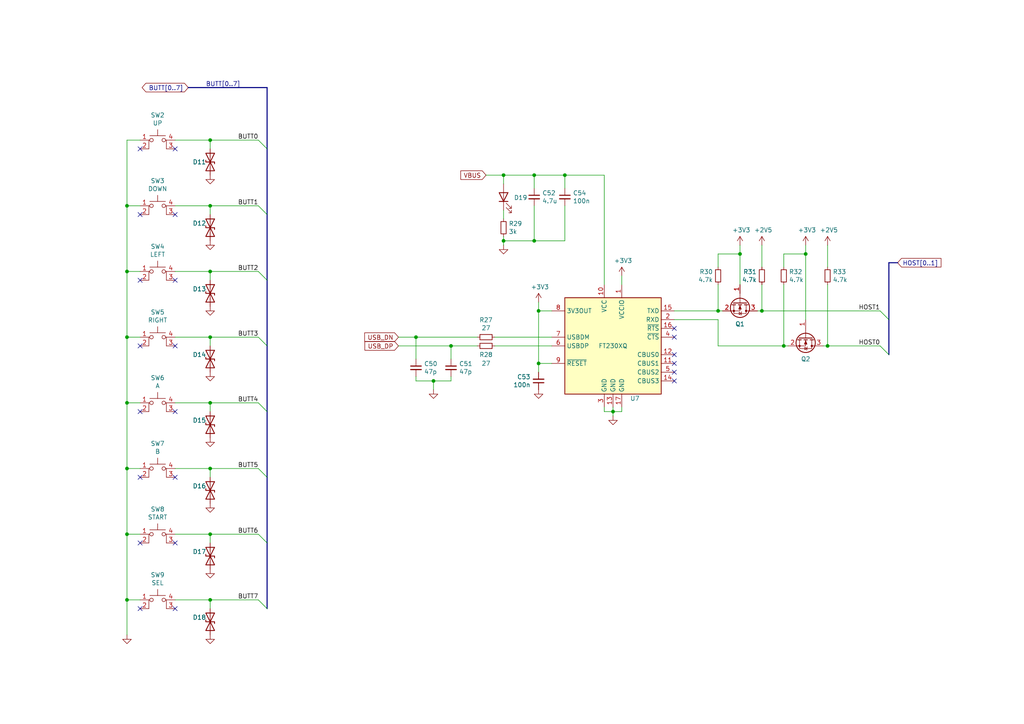
<source format=kicad_sch>
(kicad_sch (version 20211123) (generator eeschema)
  (paper "A4")
  (title_block (title "BitMasher - IO/Host") (date "2021-04-18") (rev "P2") (company "MeoWorkshop/Nyankichi Works"))
  (lib_symbols
    (symbol "Device:C_Small" (pin_numbers hide) (pin_names (offset 0.254) hide)
      (property "Reference" "C" (at 0.254 1.778 0))
      (property "Value" "C_Small" (at 0.254 -2.032 0))
      (symbol "C_Small_0_1"
        (polyline (pts (xy -1.524 -0.508) (xy 1.524 -0.508)) (stroke (width 0.3302)))
        (polyline (pts (xy -1.524 0.508) (xy 1.524 0.508)) (stroke (width 0.3048)))
      )
      (symbol "C_Small_1_1"
        (pin passive line (at 0 2.54 270) (length 2.032) (name "~") (number "1"))
        (pin passive line (at 0 -2.54 90) (length 2.032) (name "~") (number "2"))
      )
    )
    (symbol "Device:D_TVS" (pin_numbers hide) (pin_names (offset 1.016) hide)
      (property "Reference" "D" (at 0 2.54 0))
      (property "Value" "D_TVS" (at 0 -2.54 0))
      (symbol "D_TVS_0_1"
        (polyline (pts (xy 1.27 0) (xy -1.27 0)))
        (polyline (pts (xy 0.508 1.27) (xy 0 1.27) (xy 0 -1.27) (xy -0.508 -1.27)) (stroke (width 0.254)))
        (polyline (pts (xy -2.54 1.27) (xy -2.54 -1.27) (xy 2.54 1.27) (xy 2.54 -1.27) (xy -2.54 1.27)) (stroke (width 0.254)))
      )
      (symbol "D_TVS_1_1"
        (pin passive line (at -3.81 0 0) (length 2.54) (name "A1") (number "1"))
        (pin passive line (at 3.81 0 180) (length 2.54) (name "A2") (number "2"))
      )
    )
    (symbol "Device:LED" (pin_numbers hide) (pin_names (offset 1.016) hide)
      (property "Reference" "D" (at 0 2.54 0))
      (property "Value" "LED" (at 0 -2.54 0))
      (symbol "LED_0_1"
        (polyline (pts (xy -1.27 -1.27) (xy -1.27 1.27)) (stroke (width 0.254)))
        (polyline (pts (xy -1.27 0) (xy 1.27 0)))
        (polyline (pts (xy 1.27 -1.27) (xy 1.27 1.27) (xy -1.27 0) (xy 1.27 -1.27)) (stroke (width 0.254)))
        (polyline (pts (xy -3.048 -0.762) (xy -4.572 -2.286) (xy -3.81 -2.286) (xy -4.572 -2.286) (xy -4.572 -1.524)))
        (polyline (pts (xy -1.778 -0.762) (xy -3.302 -2.286) (xy -2.54 -2.286) (xy -3.302 -2.286) (xy -3.302 -1.524)))
      )
      (symbol "LED_1_1"
        (pin passive line (at -3.81 0 0) (length 2.54) (name "K") (number "1"))
        (pin passive line (at 3.81 0 180) (length 2.54) (name "A") (number "2"))
      )
    )
    (symbol "Device:Q_NMOS_GSD" (pin_names (offset 0) hide)
      (property "Reference" "Q" (at 5.08 1.27 0))
      (property "Value" "Q_NMOS_GSD" (at 5.08 -1.27 0))
      (symbol "Q_NMOS_GSD_0_1"
        (polyline (pts (xy 0.254 0) (xy -2.54 0)))
        (polyline (pts (xy 0.254 1.905) (xy 0.254 -1.905)) (stroke (width 0.254)))
        (polyline (pts (xy 0.762 -1.27) (xy 0.762 -2.286)) (stroke (width 0.254)))
        (polyline (pts (xy 0.762 0.508) (xy 0.762 -0.508)) (stroke (width 0.254)))
        (polyline (pts (xy 0.762 2.286) (xy 0.762 1.27)) (stroke (width 0.254)))
        (polyline (pts (xy 2.54 2.54) (xy 2.54 1.778)))
        (polyline (pts (xy 2.54 -2.54) (xy 2.54 0) (xy 0.762 0)))
        (polyline (pts (xy 0.762 -1.778) (xy 3.302 -1.778) (xy 3.302 1.778) (xy 0.762 1.778)))
        (polyline (pts (xy 1.016 0) (xy 2.032 0.381) (xy 2.032 -0.381) (xy 1.016 0)) (fill (type outline)))
        (polyline (pts (xy 2.794 0.508) (xy 2.921 0.381) (xy 3.683 0.381) (xy 3.81 0.254)))
        (polyline (pts (xy 3.302 0.381) (xy 2.921 -0.254) (xy 3.683 -0.254) (xy 3.302 0.381)))
        (circle (center 1.651 0) (radius 2.794) (stroke (width 0.254)))
        (circle (center 2.54 -1.778) (radius 0.254) (fill (type outline)))
        (circle (center 2.54 1.778) (radius 0.254) (fill (type outline)))
      )
      (symbol "Q_NMOS_GSD_1_1"
        (pin input line (at -5.08 0 0) (length 2.54) (name "G") (number "1"))
        (pin passive line (at 2.54 -5.08 90) (length 2.54) (name "S") (number "2"))
        (pin passive line (at 2.54 5.08 270) (length 2.54) (name "D") (number "3"))
      )
    )
    (symbol "Device:R_Small" (pin_numbers hide) (pin_names (offset 0.254) hide)
      (property "Reference" "R" (at 0.762 0.508 0))
      (property "Value" "R_Small" (at 0.762 -1.016 0))
      (symbol "R_Small_0_1"
        (rectangle (start -0.762 1.778) (end 0.762 -1.778) (stroke (width 0.2032)))
      )
      (symbol "R_Small_1_1"
        (pin passive line (at 0 2.54 270) (length 0.762) (name "~") (number "1"))
        (pin passive line (at 0 -2.54 90) (length 0.762) (name "~") (number "2"))
      )
    )
    (symbol "Interface_USB:FT230XQ"
      (property "Reference" "U" (at -13.97 15.24 0))
      (property "Value" "FT230XQ" (at 7.62 15.24 0))
      (symbol "FT230XQ_0_1"
        (rectangle (start -13.97 13.97) (end 13.97 -13.97) (stroke (width 0.254)) (fill (type background)))
      )
      (symbol "FT230XQ_1_1"
        (pin power_in line (at 2.54 17.78 270) (length 3.81) (name "VCCIO") (number "1"))
        (pin power_in line (at -2.54 17.78 270) (length 3.81) (name "VCC") (number "10"))
        (pin bidirectional line (at 17.78 -5.08 180) (length 3.81) (name "CBUS1") (number "11"))
        (pin bidirectional line (at 17.78 -2.54 180) (length 3.81) (name "CBUS0") (number "12"))
        (pin power_in line (at 0 -17.78 90) (length 3.81) (name "GND") (number "13"))
        (pin bidirectional line (at 17.78 -10.16 180) (length 3.81) (name "CBUS3") (number "14"))
        (pin output line (at 17.78 10.16 180) (length 3.81) (name "TXD") (number "15"))
        (pin output line (at 17.78 5.08 180) (length 3.81) (name "~{RTS}") (number "16"))
        (pin power_in line (at 2.54 -17.78 90) (length 3.81) (name "GND") (number "17"))
        (pin input line (at 17.78 7.62 180) (length 3.81) (name "RXD") (number "2"))
        (pin power_in line (at -2.54 -17.78 90) (length 3.81) (name "GND") (number "3"))
        (pin input line (at 17.78 2.54 180) (length 3.81) (name "~{CTS}") (number "4"))
        (pin bidirectional line (at 17.78 -7.62 180) (length 3.81) (name "CBUS2") (number "5"))
        (pin bidirectional line (at -17.78 0 0) (length 3.81) (name "USBDP") (number "6"))
        (pin bidirectional line (at -17.78 2.54 0) (length 3.81) (name "USBDM") (number "7"))
        (pin power_out line (at -17.78 10.16 0) (length 3.81) (name "3V3OUT") (number "8"))
        (pin input line (at -17.78 -5.08 0) (length 3.81) (name "~{RESET}") (number "9"))
      )
    )
    (symbol "Switch:SW_MEC_5E" (pin_names (offset 1.016) hide)
      (property "Reference" "SW" (at 0.635 5.715 0))
      (property "Value" "SW_MEC_5E" (at 0 -3.175 0))
      (symbol "SW_MEC_5E_0_1"
        (circle (center -1.778 2.54) (radius 0.508))
        (polyline (pts (xy -2.286 3.81) (xy 2.286 3.81)))
        (polyline (pts (xy 0 3.81) (xy 0 5.588)))
        (polyline (pts (xy -2.54 0) (xy -2.54 2.54) (xy -2.286 2.54)))
        (polyline (pts (xy 2.54 0) (xy 2.54 2.54) (xy 2.286 2.54)))
        (circle (center 1.778 2.54) (radius 0.508))
        (pin passive line (at -5.08 2.54 0) (length 2.54) (name "1") (number "1"))
        (pin passive line (at -5.08 0 0) (length 2.54) (name "2") (number "2"))
        (pin passive line (at 5.08 0 180) (length 2.54) (name "K") (number "3"))
        (pin passive line (at 5.08 2.54 180) (length 2.54) (name "A") (number "4"))
      )
    )
    (symbol "power:+2V5" (power) (pin_names (offset 0))
      (property "Value" "+2V5" (at 0 3.556 0))
      (symbol "+2V5_0_1"
        (polyline (pts (xy -0.762 1.27) (xy 0 2.54)))
        (polyline (pts (xy 0 0) (xy 0 2.54)))
        (polyline (pts (xy 0 2.54) (xy 0.762 1.27)))
      )
      (symbol "+2V5_1_1"
        (pin power_in line (at 0 0 90) (length 0) hide (name "+2V5") (number "1"))
      )
    )
    (symbol "power:+3V3" (power) (pin_names (offset 0))
      (property "Value" "+3V3" (at 0 3.556 0))
      (symbol "+3V3_0_1"
        (polyline (pts (xy -0.762 1.27) (xy 0 2.54)))
        (polyline (pts (xy 0 0) (xy 0 2.54)))
        (polyline (pts (xy 0 2.54) (xy 0.762 1.27)))
      )
      (symbol "+3V3_1_1"
        (pin power_in line (at 0 0 90) (length 0) hide (name "+3V3") (number "1"))
      )
    )
    (symbol "power:GND" (power) (pin_names (offset 0))
      (property "Value" "GND" (at 0 -3.81 0))
      (symbol "GND_0_1"
        (polyline (pts (xy 0 0) (xy 0 -1.27) (xy 1.27 -1.27) (xy 0 -2.54) (xy -1.27 -1.27) (xy 0 -1.27)))
      )
      (symbol "GND_1_1"
        (pin power_in line (at 0 0 270) (length 0) hide (name "GND") (number "1"))
      )
    )
  )
  (junction (at 36.83 116.84))
  (junction (at 36.83 173.99))
  (junction (at 177.8 119.38))
  (junction (at 163.83 50.8))
  (junction (at 60.96 40.64))
  (junction (at 214.63 73.66))
  (junction (at 240.03 100.33))
  (junction (at 36.83 154.94))
  (junction (at 130.81 100.33))
  (junction (at 60.96 135.89))
  (junction (at 120.65 97.79))
  (junction (at 154.94 69.85))
  (junction (at 60.96 78.74))
  (junction (at 36.83 135.89))
  (junction (at 227.33 100.33))
  (junction (at 60.96 154.94))
  (junction (at 36.83 59.69))
  (junction (at 60.96 173.99))
  (junction (at 156.21 105.41))
  (junction (at 60.96 59.69))
  (junction (at 208.28 90.17))
  (junction (at 60.96 116.84))
  (junction (at 220.98 90.17))
  (junction (at 146.05 50.8))
  (junction (at 154.94 50.8))
  (junction (at 36.83 78.74))
  (junction (at 156.21 90.17))
  (junction (at 146.05 69.85))
  (junction (at 60.96 97.79))
  (junction (at 233.68 73.66))
  (junction (at 125.73 110.49))
  (junction (at 36.83 97.79))
  (no_connect (at 50.8 119.38))
  (no_connect (at 50.8 43.18))
  (no_connect (at 50.8 157.48))
  (no_connect (at 50.8 81.28))
  (no_connect (at 40.64 43.18))
  (no_connect (at 195.58 107.95))
  (no_connect (at 40.64 81.28))
  (no_connect (at 195.58 105.41))
  (no_connect (at 40.64 62.23))
  (no_connect (at 195.58 97.79))
  (no_connect (at 40.64 157.48))
  (no_connect (at 50.8 176.53))
  (no_connect (at 195.58 110.49))
  (no_connect (at 50.8 100.33))
  (no_connect (at 50.8 138.43))
  (no_connect (at 50.8 62.23))
  (no_connect (at 40.64 119.38))
  (no_connect (at 195.58 95.25))
  (no_connect (at 40.64 138.43))
  (no_connect (at 195.58 102.87))
  (no_connect (at 40.64 100.33))
  (no_connect (at 40.64 176.53))
  (bus_entry (at 255.27 100.33) (size 2.54 2.54))
  (bus_entry (at 74.93 173.99) (size 2.54 2.54))
  (bus_entry (at 74.93 135.89) (size 2.54 2.54))
  (bus_entry (at 74.93 40.64) (size 2.54 2.54))
  (bus_entry (at 74.93 78.74) (size 2.54 2.54))
  (bus_entry (at 255.27 90.17) (size 2.54 2.54))
  (bus_entry (at 74.93 97.79) (size 2.54 2.54))
  (bus_entry (at 74.93 154.94) (size 2.54 2.54))
  (bus_entry (at 74.93 116.84) (size 2.54 2.54))
  (bus_entry (at 74.93 59.69) (size 2.54 2.54))
  (wire (pts (xy 227.33 82.55) (xy 227.33 100.33)))
  (wire (pts (xy 180.34 119.38) (xy 177.8 119.38)))
  (wire (pts (xy 125.73 110.49) (xy 125.73 113.03)))
  (wire (pts (xy 50.8 116.84) (xy 60.96 116.84)))
  (wire (pts (xy 60.96 173.99) (xy 74.93 173.99)))
  (wire (pts (xy 208.28 92.71) (xy 208.28 100.33)))
  (wire (pts (xy 146.05 50.8) (xy 154.94 50.8)))
  (wire (pts (xy 214.63 71.12) (xy 214.63 73.66)))
  (wire (pts (xy 154.94 69.85) (xy 146.05 69.85)))
  (wire (pts (xy 50.8 97.79) (xy 60.96 97.79)))
  (wire (pts (xy 240.03 77.47) (xy 240.03 71.12)))
  (wire (pts (xy 240.03 100.33) (xy 255.27 100.33)))
  (wire (pts (xy 156.21 90.17) (xy 160.02 90.17)))
  (wire (pts (xy 208.28 77.47) (xy 208.28 73.66)))
  (bus (pts (xy 77.47 62.23) (xy 77.47 81.28)))
  (bus (pts (xy 77.47 100.33) (xy 77.47 119.38)))
  (wire (pts (xy 240.03 82.55) (xy 240.03 100.33)))
  (wire (pts (xy 208.28 82.55) (xy 208.28 90.17)))
  (wire (pts (xy 36.83 116.84) (xy 36.83 135.89)))
  (bus (pts (xy 257.81 92.71) (xy 257.81 102.87)))
  (wire (pts (xy 60.96 40.64) (xy 74.93 40.64)))
  (wire (pts (xy 208.28 73.66) (xy 214.63 73.66)))
  (wire (pts (xy 60.96 119.38) (xy 60.96 116.84)))
  (wire (pts (xy 146.05 60.96) (xy 146.05 63.5)))
  (wire (pts (xy 233.68 73.66) (xy 233.68 92.71)))
  (wire (pts (xy 177.8 119.38) (xy 177.8 118.11)))
  (wire (pts (xy 195.58 92.71) (xy 208.28 92.71)))
  (wire (pts (xy 180.34 80.01) (xy 180.34 82.55)))
  (wire (pts (xy 60.96 154.94) (xy 74.93 154.94)))
  (wire (pts (xy 40.64 154.94) (xy 36.83 154.94)))
  (wire (pts (xy 40.64 97.79) (xy 36.83 97.79)))
  (wire (pts (xy 156.21 87.63) (xy 156.21 90.17)))
  (wire (pts (xy 120.65 110.49) (xy 125.73 110.49)))
  (bus (pts (xy 77.47 25.4) (xy 77.47 43.18)))
  (wire (pts (xy 163.83 59.69) (xy 163.83 69.85)))
  (wire (pts (xy 177.8 120.65) (xy 177.8 119.38)))
  (wire (pts (xy 60.96 176.53) (xy 60.96 173.99)))
  (wire (pts (xy 175.26 118.11) (xy 175.26 119.38)))
  (wire (pts (xy 163.83 50.8) (xy 175.26 50.8)))
  (wire (pts (xy 60.96 59.69) (xy 74.93 59.69)))
  (wire (pts (xy 220.98 90.17) (xy 220.98 82.55)))
  (wire (pts (xy 40.64 59.69) (xy 36.83 59.69)))
  (wire (pts (xy 143.51 100.33) (xy 160.02 100.33)))
  (bus (pts (xy 77.47 81.28) (xy 77.47 100.33)))
  (bus (pts (xy 77.47 138.43) (xy 77.47 157.48)))
  (wire (pts (xy 156.21 90.17) (xy 156.21 105.41)))
  (wire (pts (xy 60.96 97.79) (xy 74.93 97.79)))
  (wire (pts (xy 156.21 105.41) (xy 156.21 107.95)))
  (wire (pts (xy 146.05 69.85) (xy 146.05 71.12)))
  (bus (pts (xy 54.61 25.4) (xy 77.47 25.4)))
  (wire (pts (xy 36.83 173.99) (xy 36.83 184.15)))
  (wire (pts (xy 125.73 110.49) (xy 130.81 110.49)))
  (wire (pts (xy 140.97 50.8) (xy 146.05 50.8)))
  (wire (pts (xy 60.96 81.28) (xy 60.96 78.74)))
  (wire (pts (xy 154.94 50.8) (xy 154.94 54.61)))
  (bus (pts (xy 257.81 76.2) (xy 257.81 92.71)))
  (wire (pts (xy 60.96 62.23) (xy 60.96 59.69)))
  (wire (pts (xy 50.8 173.99) (xy 60.96 173.99)))
  (wire (pts (xy 220.98 90.17) (xy 255.27 90.17)))
  (wire (pts (xy 50.8 154.94) (xy 60.96 154.94)))
  (wire (pts (xy 156.21 105.41) (xy 160.02 105.41)))
  (wire (pts (xy 130.81 100.33) (xy 138.43 100.33)))
  (wire (pts (xy 227.33 73.66) (xy 233.68 73.66)))
  (wire (pts (xy 180.34 118.11) (xy 180.34 119.38)))
  (wire (pts (xy 60.96 116.84) (xy 74.93 116.84)))
  (wire (pts (xy 50.8 135.89) (xy 60.96 135.89)))
  (wire (pts (xy 50.8 59.69) (xy 60.96 59.69)))
  (wire (pts (xy 36.83 59.69) (xy 36.83 78.74)))
  (wire (pts (xy 60.96 100.33) (xy 60.96 97.79)))
  (wire (pts (xy 60.96 157.48) (xy 60.96 154.94)))
  (wire (pts (xy 227.33 100.33) (xy 228.6 100.33)))
  (wire (pts (xy 233.68 71.12) (xy 233.68 73.66)))
  (wire (pts (xy 36.83 78.74) (xy 36.83 97.79)))
  (wire (pts (xy 60.96 138.43) (xy 60.96 135.89)))
  (wire (pts (xy 195.58 90.17) (xy 208.28 90.17)))
  (wire (pts (xy 154.94 59.69) (xy 154.94 69.85)))
  (wire (pts (xy 40.64 78.74) (xy 36.83 78.74)))
  (wire (pts (xy 40.64 135.89) (xy 36.83 135.89)))
  (wire (pts (xy 40.64 116.84) (xy 36.83 116.84)))
  (wire (pts (xy 240.03 100.33) (xy 238.76 100.33)))
  (wire (pts (xy 227.33 77.47) (xy 227.33 73.66)))
  (wire (pts (xy 120.65 109.22) (xy 120.65 110.49)))
  (wire (pts (xy 40.64 173.99) (xy 36.83 173.99)))
  (wire (pts (xy 50.8 40.64) (xy 60.96 40.64)))
  (bus (pts (xy 77.47 119.38) (xy 77.47 138.43)))
  (wire (pts (xy 120.65 104.14) (xy 120.65 97.79)))
  (bus (pts (xy 77.47 43.18) (xy 77.47 62.23)))
  (wire (pts (xy 115.57 100.33) (xy 130.81 100.33)))
  (wire (pts (xy 60.96 43.18) (xy 60.96 40.64)))
  (wire (pts (xy 175.26 50.8) (xy 175.26 82.55)))
  (wire (pts (xy 154.94 50.8) (xy 163.83 50.8)))
  (wire (pts (xy 208.28 90.17) (xy 209.55 90.17)))
  (wire (pts (xy 146.05 50.8) (xy 146.05 53.34)))
  (bus (pts (xy 260.35 76.2) (xy 257.81 76.2)))
  (wire (pts (xy 220.98 71.12) (xy 220.98 77.47)))
  (wire (pts (xy 60.96 135.89) (xy 74.93 135.89)))
  (wire (pts (xy 50.8 78.74) (xy 60.96 78.74)))
  (wire (pts (xy 36.83 97.79) (xy 36.83 116.84)))
  (wire (pts (xy 163.83 69.85) (xy 154.94 69.85)))
  (wire (pts (xy 146.05 68.58) (xy 146.05 69.85)))
  (wire (pts (xy 214.63 73.66) (xy 214.63 82.55)))
  (wire (pts (xy 36.83 40.64) (xy 36.83 59.69)))
  (wire (pts (xy 208.28 100.33) (xy 227.33 100.33)))
  (wire (pts (xy 40.64 40.64) (xy 36.83 40.64)))
  (wire (pts (xy 175.26 119.38) (xy 177.8 119.38)))
  (wire (pts (xy 36.83 154.94) (xy 36.83 173.99)))
  (wire (pts (xy 115.57 97.79) (xy 120.65 97.79)))
  (wire (pts (xy 36.83 135.89) (xy 36.83 154.94)))
  (wire (pts (xy 143.51 97.79) (xy 160.02 97.79)))
  (wire (pts (xy 120.65 97.79) (xy 138.43 97.79)))
  (bus (pts (xy 77.47 157.48) (xy 77.47 176.53)))
  (wire (pts (xy 163.83 54.61) (xy 163.83 50.8)))
  (wire (pts (xy 130.81 104.14) (xy 130.81 100.33)))
  (wire (pts (xy 130.81 110.49) (xy 130.81 109.22)))
  (wire (pts (xy 219.71 90.17) (xy 220.98 90.17)))
  (wire (pts (xy 60.96 78.74) (xy 74.93 78.74)))
  (label "BUTT5" (at 74.93 135.89 180))
  (label "BUTT1" (at 74.93 59.69 180))
  (label "BUTT2" (at 74.93 78.74 180))
  (label "BUTT6" (at 74.93 154.94 180))
  (label "HOST1" (at 255.27 90.17 180))
  (label "BUTT3" (at 74.93 97.79 180))
  (label "BUTT[0..7]" (at 59.69 25.4 0))
  (label "HOST0" (at 255.27 100.33 180))
  (label "BUTT0" (at 74.93 40.64 180))
  (label "BUTT4" (at 74.93 116.84 180))
  (label "BUTT7" (at 74.93 173.99 180))
  (global_label "BUTT[0..7]" (shape bidirectional) (at 54.61 25.4 180) (property "Intersheet References" "${INTERSHEET_REFS}" (effects hide)))
  (global_label "VBUS" (shape input) (at 140.97 50.8 180) (property "Intersheet References" "${INTERSHEET_REFS}" (effects hide)))
  (global_label "USB_DN" (shape input) (at 115.57 97.79 180) (property "Intersheet References" "${INTERSHEET_REFS}" (effects hide)))
  (global_label "HOST[0..1]" (shape input) (at 260.35 76.2 0) (property "Intersheet References" "${INTERSHEET_REFS}" (effects hide)))
  (global_label "USB_DP" (shape input) (at 115.57 100.33 180) (property "Intersheet References" "${INTERSHEET_REFS}" (effects hide)))
  (symbol (lib_id "power:GND") (at 36.83 184.15 0) (unit 1)
    (property "Reference" "#PWR076" (effects hide))
    (property "Value" "GND" (effects hide))
  )
  (symbol (lib_id "Interface_USB:FT230XQ") (at 177.8 100.33 0) (unit 1)
    (property "Reference" "U7" (at 184.15 115.57 0))
    (property "Value" "FT230XQ" (at 177.8 100.33 0))
    (property "Footprint" "Package_DFN_QFN:QFN-16-1EP_4x4mm_P0.65mm_EP2.1x2.1mm" (effects hide))
    (property "Datasheet" "https://www.ftdichip.com/Support/Documents/DataSheets/ICs/DS_FT230X.pdf" (effects hide))
    (property "Digikey PN" "768-1130-1-ND" (effects hide))
  )
  (symbol (lib_id "Device:LED") (at 146.05 57.15 90) (unit 1)
    (property "Reference" "D19" (at 149.0472 57.3278 90) (effects (justify right)))
    (property "Value" "LED" (effects hide))
    (property "Footprint" "LED_SMD:LED_0603_1608Metric" (effects hide))
  )
  (symbol (lib_id "Device:R_Small") (at 146.05 66.04 0) (unit 1)
    (property "Reference" "R29" (at 147.5486 64.8716 0) (effects (justify left)))
    (property "Value" "3k" (at 147.5486 67.183 0) (effects (justify left)))
    (property "Footprint" "Resistor_SMD:R_0402_1005Metric" (effects hide))
  )
  (symbol (lib_id "power:GND") (at 146.05 71.12 0) (unit 1)
    (property "Reference" "#PWR086" (effects hide))
    (property "Value" "GND" (effects hide))
  )
  (symbol (lib_id "Device:R_Small") (at 140.97 97.79 270) (unit 1)
    (property "Reference" "R27" (at 140.97 92.8116 90))
    (property "Value" "27" (at 140.97 95.123 90))
    (property "Footprint" "Resistor_SMD:R_0402_1005Metric" (effects hide))
  )
  (symbol (lib_id "Device:R_Small") (at 140.97 100.33 90) (unit 1)
    (property "Reference" "R28" (at 140.97 102.87 90))
    (property "Value" "27" (at 140.97 105.41 90))
    (property "Footprint" "Resistor_SMD:R_0402_1005Metric" (effects hide))
  )
  (symbol (lib_id "Device:C_Small") (at 130.81 106.68 0) (unit 1)
    (property "Reference" "C51" (at 133.1468 105.5116 0) (effects (justify left)))
    (property "Value" "47p" (at 133.1468 107.823 0) (effects (justify left)))
    (property "Footprint" "Capacitor_SMD:C_0402_1005Metric" (effects hide))
  )
  (symbol (lib_id "Device:C_Small") (at 120.65 106.68 0) (unit 1)
    (property "Reference" "C50" (at 122.9868 105.5116 0) (effects (justify left)))
    (property "Value" "47p" (at 122.9868 107.823 0) (effects (justify left)))
    (property "Footprint" "Capacitor_SMD:C_0402_1005Metric" (effects hide))
  )
  (symbol (lib_id "power:GND") (at 125.73 113.03 0) (unit 1)
    (property "Reference" "#PWR085" (effects hide))
    (property "Value" "GND" (effects hide))
  )
  (symbol (lib_id "Device:C_Small") (at 156.21 110.49 0) (mirror x) (unit 1)
    (property "Reference" "C53" (at 153.8732 109.3216 0) (effects (justify right)))
    (property "Value" "100n" (at 153.8732 111.633 0) (effects (justify right)))
    (property "Footprint" "Capacitor_SMD:C_0402_1005Metric" (effects hide))
  )
  (symbol (lib_id "power:GND") (at 156.21 113.03 0) (unit 1)
    (property "Reference" "#PWR088" (effects hide))
    (property "Value" "GND" (effects hide))
  )
  (symbol (lib_id "power:GND") (at 177.8 120.65 0) (unit 1)
    (property "Reference" "#PWR089" (effects hide))
    (property "Value" "GND" (effects hide))
  )
  (symbol (lib_id "Device:C_Small") (at 154.94 57.15 0) (unit 1)
    (property "Reference" "C52" (at 157.2768 55.9816 0) (effects (justify left)))
    (property "Value" "4.7u" (at 157.2768 58.293 0) (effects (justify left)))
    (property "Footprint" "Capacitor_SMD:C_0402_1005Metric" (effects hide))
  )
  (symbol (lib_id "Device:C_Small") (at 163.83 57.15 0) (unit 1)
    (property "Reference" "C54" (at 166.1668 55.9816 0) (effects (justify left)))
    (property "Value" "100n" (at 166.1668 58.293 0) (effects (justify left)))
    (property "Footprint" "Capacitor_SMD:C_0402_1005Metric" (effects hide))
  )
  (symbol (lib_id "Device:Q_NMOS_GSD") (at 214.63 87.63 270) (unit 1)
    (property "Reference" "Q1" (at 214.63 93.98 90))
    (property "Value" "Q_NMOS_GSD" (effects hide))
    (property "Footprint" "Package_TO_SOT_SMD:SOT-23" (effects hide))
    (property "Digikey PN" "NTR4501NT1GOSCT-ND" (effects hide))
  )
  (symbol (lib_id "Device:Q_NMOS_GSD") (at 233.68 97.79 270) (unit 1)
    (property "Reference" "Q2" (at 233.68 104.14 90))
    (property "Value" "Q_NMOS_GSD" (effects hide))
    (property "Footprint" "Package_TO_SOT_SMD:SOT-23" (effects hide))
    (property "Digikey PN" "NTR4501NT1GOSCT-ND" (effects hide))
  )
  (symbol (lib_id "Device:R_Small") (at 208.28 80.01 0) (mirror x) (unit 1)
    (property "Reference" "R30" (at 206.7814 78.8416 0) (effects (justify right)))
    (property "Value" "4.7k" (at 206.7814 81.153 0) (effects (justify right)))
    (property "Footprint" "Resistor_SMD:R_0402_1005Metric" (effects hide))
  )
  (symbol (lib_id "Device:R_Small") (at 227.33 80.01 180) (unit 1)
    (property "Reference" "R32" (at 228.8286 78.8416 0) (effects (justify right)))
    (property "Value" "4.7k" (at 228.8286 81.153 0) (effects (justify right)))
    (property "Footprint" "Resistor_SMD:R_0402_1005Metric" (effects hide))
  )
  (symbol (lib_id "power:+2V5") (at 240.03 71.12 0) (unit 1)
    (property "Reference" "#PWR094" (effects hide))
    (property "Value" "+2V5" (at 240.411 66.7258 0))
  )
  (symbol (lib_id "Device:R_Small") (at 220.98 80.01 0) (mirror x) (unit 1)
    (property "Reference" "R31" (at 219.4814 78.8416 0) (effects (justify right)))
    (property "Value" "4.7k" (at 219.4814 81.153 0) (effects (justify right)))
    (property "Footprint" "Resistor_SMD:R_0402_1005Metric" (effects hide))
  )
  (symbol (lib_id "Device:R_Small") (at 240.03 80.01 180) (unit 1)
    (property "Reference" "R33" (at 241.5286 78.8416 0) (effects (justify right)))
    (property "Value" "4.7k" (at 241.5286 81.153 0) (effects (justify right)))
    (property "Footprint" "Resistor_SMD:R_0402_1005Metric" (effects hide))
  )
  (symbol (lib_id "Device:D_TVS") (at 60.96 85.09 270) (unit 1)
    (property "Reference" "D13" (at 55.88 83.82 90) (effects (justify left)))
    (property "Value" "DESDALC5LP-7B" (effects hide))
    (property "Footprint" "Diode_SMD:D_0402_1005Metric" (effects hide))
  )
  (symbol (lib_id "Device:D_TVS") (at 60.96 66.04 270) (unit 1)
    (property "Reference" "D12" (at 55.88 64.77 90) (effects (justify left)))
    (property "Value" "DESDALC5LP-7B" (effects hide))
    (property "Footprint" "Diode_SMD:D_0402_1005Metric" (effects hide))
  )
  (symbol (lib_id "power:GND") (at 60.96 88.9 0) (unit 1)
    (property "Reference" "#PWR079" (effects hide))
    (property "Value" "GND" (effects hide))
  )
  (symbol (lib_id "power:GND") (at 60.96 69.85 0) (unit 1)
    (property "Reference" "#PWR078" (effects hide))
    (property "Value" "GND" (effects hide))
  )
  (symbol (lib_id "Device:D_TVS") (at 60.96 46.99 270) (unit 1)
    (property "Reference" "D11" (at 55.88 46.99 90) (effects (justify left)))
    (property "Value" "DESDALC5LP-7B" (effects hide))
    (property "Footprint" "Diode_SMD:D_0402_1005Metric" (effects hide))
    (property "Digikey PN" "DESDALC5LP-7BDICT-ND" (effects hide))
  )
  (symbol (lib_id "power:GND") (at 60.96 50.8 0) (unit 1)
    (property "Reference" "#PWR077" (effects hide))
    (property "Value" "GND" (effects hide))
  )
  (symbol (lib_id "Device:D_TVS") (at 60.96 104.14 270) (unit 1)
    (property "Reference" "D14" (at 55.88 102.87 90) (effects (justify left)))
    (property "Value" "DESDALC5LP-7B" (effects hide))
    (property "Footprint" "Diode_SMD:D_0402_1005Metric" (effects hide))
  )
  (symbol (lib_id "power:GND") (at 60.96 107.95 0) (unit 1)
    (property "Reference" "#PWR080" (effects hide))
    (property "Value" "GND" (effects hide))
  )
  (symbol (lib_id "Device:D_TVS") (at 60.96 123.19 270) (unit 1)
    (property "Reference" "D15" (at 55.88 121.92 90) (effects (justify left)))
    (property "Value" "DESDALC5LP-7B" (effects hide))
    (property "Footprint" "Diode_SMD:D_0402_1005Metric" (effects hide))
  )
  (symbol (lib_id "Device:D_TVS") (at 60.96 142.24 270) (unit 1)
    (property "Reference" "D16" (at 55.88 140.97 90) (effects (justify left)))
    (property "Value" "DESDALC5LP-7B" (effects hide))
    (property "Footprint" "Diode_SMD:D_0402_1005Metric" (effects hide))
  )
  (symbol (lib_id "Device:D_TVS") (at 60.96 161.29 270) (unit 1)
    (property "Reference" "D17" (at 55.88 160.02 90) (effects (justify left)))
    (property "Value" "DESDALC5LP-7B" (effects hide))
    (property "Footprint" "Diode_SMD:D_0402_1005Metric" (effects hide))
  )
  (symbol (lib_id "Device:D_TVS") (at 60.96 180.34 270) (unit 1)
    (property "Reference" "D18" (at 55.88 179.07 90) (effects (justify left)))
    (property "Value" "DESDALC5LP-7B" (effects hide))
    (property "Footprint" "Diode_SMD:D_0402_1005Metric" (effects hide))
  )
  (symbol (lib_id "power:GND") (at 60.96 127 0) (unit 1)
    (property "Reference" "#PWR081" (effects hide))
    (property "Value" "GND" (effects hide))
  )
  (symbol (lib_id "power:GND") (at 60.96 146.05 0) (unit 1)
    (property "Reference" "#PWR082" (effects hide))
    (property "Value" "GND" (effects hide))
  )
  (symbol (lib_id "power:GND") (at 60.96 165.1 0) (unit 1)
    (property "Reference" "#PWR083" (effects hide))
    (property "Value" "GND" (effects hide))
  )
  (symbol (lib_id "power:GND") (at 60.96 184.15 0) (unit 1)
    (property "Reference" "#PWR084" (effects hide))
    (property "Value" "GND" (effects hide))
  )
  (symbol (lib_id "power:+2V5") (at 220.98 71.12 0) (unit 1)
    (property "Reference" "#PWR092" (effects hide))
    (property "Value" "+2V5" (at 221.361 66.7258 0))
  )
  (symbol (lib_id "power:+3V3") (at 156.21 87.63 0) (unit 1)
    (property "Reference" "#PWR087" (effects hide))
    (property "Value" "+3V3" (at 156.591 83.2358 0))
  )
  (symbol (lib_id "power:+3V3") (at 180.34 80.01 0) (unit 1)
    (property "Reference" "#PWR090" (effects hide))
    (property "Value" "+3V3" (at 180.721 75.6158 0))
  )
  (symbol (lib_id "power:+3V3") (at 214.63 71.12 0) (unit 1)
    (property "Reference" "#PWR091" (effects hide))
    (property "Value" "+3V3" (at 215.011 66.7258 0))
  )
  (symbol (lib_id "power:+3V3") (at 233.68 71.12 0) (unit 1)
    (property "Reference" "#PWR093" (effects hide))
    (property "Value" "+3V3" (at 234.061 66.7258 0))
  )
  (symbol (lib_id "Switch:SW_MEC_5E") (at 45.72 43.18 0) (unit 1)
    (property "Reference" "SW2" (at 45.72 33.401 0))
    (property "Value" "UP" (at 45.72 35.7124 0))
    (property "Footprint" "Button_Switch_SMD:LL3301NF065QG" (effects hide))
    (property "Datasheet" "http://www.apem.com/int/index.php?controller=attachment&id_attachment=1371" (effects hide))
  )
  (symbol (lib_id "Switch:SW_MEC_5E") (at 45.72 62.23 0) (unit 1)
    (property "Reference" "SW3" (at 45.72 52.451 0))
    (property "Value" "DOWN" (at 45.72 54.7624 0))
    (property "Footprint" "Button_Switch_SMD:LL3301NF065QG" (effects hide))
    (property "Datasheet" "http://www.apem.com/int/index.php?controller=attachment&id_attachment=1371" (effects hide))
  )
  (symbol (lib_id "Switch:SW_MEC_5E") (at 45.72 81.28 0) (unit 1)
    (property "Reference" "SW4" (at 45.72 71.501 0))
    (property "Value" "LEFT" (at 45.72 73.8124 0))
    (property "Footprint" "Button_Switch_SMD:LL3301NF065QG" (effects hide))
    (property "Datasheet" "http://www.apem.com/int/index.php?controller=attachment&id_attachment=1371" (effects hide))
  )
  (symbol (lib_id "Switch:SW_MEC_5E") (at 45.72 100.33 0) (unit 1)
    (property "Reference" "SW5" (at 45.72 90.551 0))
    (property "Value" "RIGHT" (at 45.72 92.8624 0))
    (property "Footprint" "Button_Switch_SMD:LL3301NF065QG" (effects hide))
    (property "Datasheet" "http://www.apem.com/int/index.php?controller=attachment&id_attachment=1371" (effects hide))
  )
  (symbol (lib_id "Switch:SW_MEC_5E") (at 45.72 119.38 0) (unit 1)
    (property "Reference" "SW6" (at 45.72 109.601 0))
    (property "Value" "A" (at 45.72 111.9124 0))
    (property "Footprint" "Button_Switch_SMD:LL3301NF065QG" (effects hide))
    (property "Datasheet" "http://www.apem.com/int/index.php?controller=attachment&id_attachment=1371" (effects hide))
  )
  (symbol (lib_id "Switch:SW_MEC_5E") (at 45.72 138.43 0) (unit 1)
    (property "Reference" "SW7" (at 45.72 128.651 0))
    (property "Value" "B" (at 45.72 130.9624 0))
    (property "Footprint" "Button_Switch_SMD:LL3301NF065QG" (effects hide))
    (property "Datasheet" "http://www.apem.com/int/index.php?controller=attachment&id_attachment=1371" (effects hide))
  )
  (symbol (lib_id "Switch:SW_MEC_5E") (at 45.72 157.48 0) (unit 1)
    (property "Reference" "SW8" (at 45.72 147.701 0))
    (property "Value" "START" (at 45.72 150.0124 0))
    (property "Footprint" "Button_Switch_SMD:LL3301NF065QG" (effects hide))
    (property "Datasheet" "http://www.apem.com/int/index.php?controller=attachment&id_attachment=1371" (effects hide))
  )
  (symbol (lib_id "Switch:SW_MEC_5E") (at 45.72 176.53 0) (unit 1)
    (property "Reference" "SW9" (at 45.72 166.751 0))
    (property "Value" "SEL" (at 45.72 169.0624 0))
    (property "Footprint" "Button_Switch_SMD:LL3301NF065QG" (effects hide))
    (property "Datasheet" "http://www.apem.com/int/index.php?controller=attachment&id_attachment=1371" (effects hide))
  )
)
</source>
